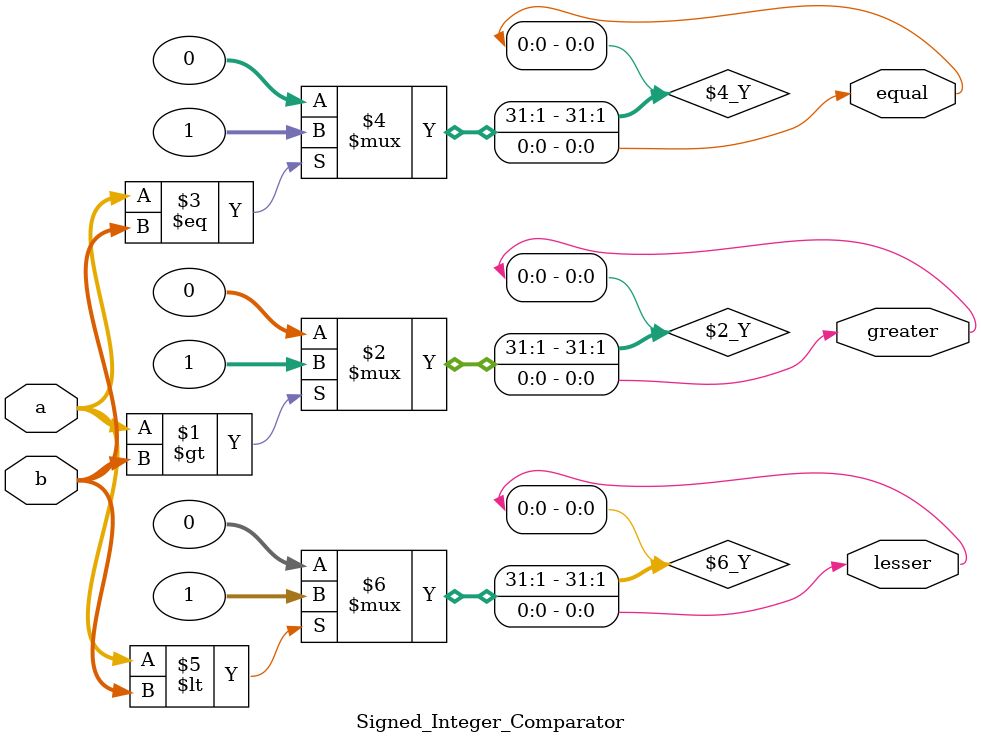
<source format=v>
module Signed_Integer_Comparator #(parameter N=8)(input signed [N-1:0]a,b, output greater,equal,lesser);

assign greater=a>b?1:0;
assign equal=(a==b)?1:0;
assign lesser=a<b?1:0;
endmodule
</source>
